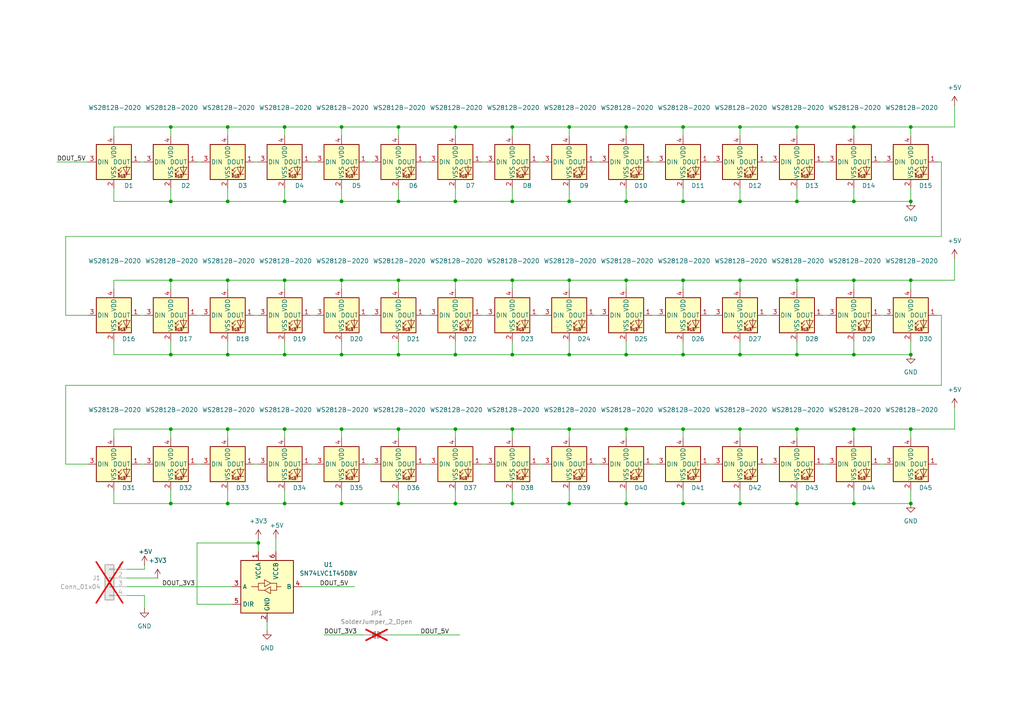
<source format=kicad_sch>
(kicad_sch (version 20250114) (generator "eeschema") (generator_version "9.0")
  (paper "A4")
  (lib_symbols
    (symbol "Connector_Generic:Conn_01x04" (pin_names (offset 1.016) (hide yes))
      (property "Reference" "J" (at 0 5.08 0))
      (property "Value" "Conn_01x04" (at 0 -7.62 0))
      (symbol "Conn_01x04_1_1"
        (rectangle (start -1.27 3.81) (end 1.27 -6.35) (stroke (width 0.254)) (fill (type background)))
        (rectangle (start -1.27 2.667) (end 0 2.413) (stroke (width 0.1524)))
        (rectangle (start -1.27 0.127) (end 0 -0.127) (stroke (width 0.1524)))
        (rectangle (start -1.27 -2.413) (end 0 -2.667) (stroke (width 0.1524)))
        (rectangle (start -1.27 -4.953) (end 0 -5.207) (stroke (width 0.1524)))
        (pin passive line (at -5.08 2.54 0) (length 3.81) (name "Pin_1") (number "1"))
        (pin passive line (at -5.08 0 0) (length 3.81) (name "Pin_2") (number "2"))
        (pin passive line (at -5.08 -2.54 0) (length 3.81) (name "Pin_3") (number "3"))
        (pin passive line (at -5.08 -5.08 0) (length 3.81) (name "Pin_4") (number "4"))
      )
    )
    (symbol "Jumper:SolderJumper_2_Open" (pin_numbers (hide yes)) (pin_names (offset 0) (hide yes)) (exclude_from_sim yes) (in_bom no)
      (property "Reference" "JP" (at 0 2.032 0))
      (property "Value" "SolderJumper_2_Open" (at 0 -2.54 0))
      (symbol "SolderJumper_2_Open_0_1"
        (polyline (pts (xy -0.254 1.016) (xy -0.254 -1.016)))
        (arc (start -0.254 -1.016) (mid -1.2656 0) (end -0.254 1.016))
        (arc (start -0.254 -1.016) (mid -1.2656 0) (end -0.254 1.016) (fill (type outline)))
        (arc (start 0.254 1.016) (mid 1.2656 0) (end 0.254 -1.016))
        (arc (start 0.254 1.016) (mid 1.2656 0) (end 0.254 -1.016) (fill (type outline)))
        (polyline (pts (xy 0.254 1.016) (xy 0.254 -1.016)))
      )
      (symbol "SolderJumper_2_Open_1_1"
        (pin passive line (at -3.81 0 0) (length 2.54) (name "A") (number "1"))
        (pin passive line (at 3.81 0 180) (length 2.54) (name "B") (number "2"))
      )
    )
    (symbol "LED:WS2812B-2020" (pin_names (offset 0.254))
      (property "Reference" "D" (at 5.08 5.715 0))
      (property "Value" "WS2812B-2020" (at 1.27 -5.715 0))
      (symbol "WS2812B-2020_0_0"
        (text "RGB" (at 2.286 -4.191 0) (effects (font (size 0.762 0.762))))
      )
      (symbol "WS2812B-2020_0_1"
        (polyline (pts (xy 1.27 -2.54) (xy 1.778 -2.54)))
        (polyline (pts (xy 1.27 -3.556) (xy 1.778 -3.556)))
        (polyline (pts (xy 2.286 -1.524) (xy 1.27 -2.54) (xy 1.27 -2.032)))
        (polyline (pts (xy 2.286 -2.54) (xy 1.27 -3.556) (xy 1.27 -3.048)))
        (polyline (pts (xy 3.683 -1.016) (xy 3.683 -3.556) (xy 3.683 -4.064)))
        (polyline (pts (xy 4.699 -1.524) (xy 2.667 -1.524) (xy 3.683 -3.556) (xy 4.699 -1.524)))
        (polyline (pts (xy 4.699 -3.556) (xy 2.667 -3.556)))
        (rectangle (start 5.08 5.08) (end -5.08 -5.08) (stroke (width 0.254)) (fill (type background)))
      )
      (symbol "WS2812B-2020_1_1"
        (pin input line (at -7.62 0 0) (length 2.54) (name "DIN") (number "3"))
        (pin power_in line (at 0 7.62 270) (length 2.54) (name "VDD") (number "4"))
        (pin power_in line (at 0 -7.62 90) (length 2.54) (name "VSS") (number "2"))
        (pin output line (at 7.62 0 180) (length 2.54) (name "DOUT") (number "1"))
      )
    )
    (symbol "Logic_LevelTranslator:SN74LVC1T45DBV"
      (property "Reference" "U" (at -6.35 8.89 0))
      (property "Value" "SN74LVC1T45DBV" (at 3.81 8.89 0))
      (symbol "SN74LVC1T45DBV_0_1"
        (rectangle (start -7.62 7.62) (end 7.62 -7.62) (stroke (width 0.254)) (fill (type background)))
        (polyline (pts (xy -2.54 0) (xy -2.54 1.016) (xy -0.762 1.016)))
        (polyline (pts (xy -0.762 0) (xy -0.762 2.032) (xy 1.016 1.016) (xy -0.762 0)))
        (polyline (pts (xy -0.762 -1.016) (xy -2.54 -1.016) (xy -2.54 0) (xy -4.572 0)))
        (polyline (pts (xy 1.016 1.016) (xy 2.794 1.016) (xy 2.794 0) (xy 4.064 0)))
        (polyline (pts (xy 1.016 0) (xy 1.016 -1.778) (xy 1.016 -2.032) (xy -0.762 -1.016) (xy 1.016 0)))
        (polyline (pts (xy 2.794 0) (xy 2.794 -1.016) (xy 1.016 -1.016)))
      )
      (symbol "SN74LVC1T45DBV_1_1"
        (pin bidirectional line (at -10.16 0 0) (length 2.54) (name "A") (number "3"))
        (pin input line (at -10.16 -5.08 0) (length 2.54) (name "DIR") (number "5"))
        (pin power_in line (at -2.54 10.16 270) (length 2.54) (name "VCCA") (number "1"))
        (pin power_in line (at 0 -10.16 90) (length 2.54) (name "GND") (number "2"))
        (pin power_in line (at 2.54 10.16 270) (length 2.54) (name "VCCB") (number "6"))
        (pin bidirectional line (at 10.16 0 180) (length 2.54) (name "B") (number "4"))
      )
    )
    (symbol "power:+3V3" (power) (pin_numbers (hide yes)) (pin_names (offset 0) (hide yes))
      (property "Value" "+3V3" (at 0 3.556 0))
      (symbol "+3V3_0_1"
        (polyline (pts (xy -0.762 1.27) (xy 0 2.54)))
        (polyline (pts (xy 0 2.54) (xy 0.762 1.27)))
        (polyline (pts (xy 0 0) (xy 0 2.54)))
      )
      (symbol "+3V3_1_1"
        (pin power_in line (at 0 0 90) (length 0) (name "~") (number "1"))
      )
    )
    (symbol "power:+5V" (power) (pin_numbers (hide yes)) (pin_names (offset 0) (hide yes))
      (property "Value" "+5V" (at 0 3.556 0))
      (symbol "+5V_0_1"
        (polyline (pts (xy -0.762 1.27) (xy 0 2.54)))
        (polyline (pts (xy 0 2.54) (xy 0.762 1.27)))
        (polyline (pts (xy 0 0) (xy 0 2.54)))
      )
      (symbol "+5V_1_1"
        (pin power_in line (at 0 0 90) (length 0) (name "~") (number "1"))
      )
    )
    (symbol "power:GND" (power) (pin_numbers (hide yes)) (pin_names (offset 0) (hide yes))
      (property "Value" "GND" (at 0 -3.81 0))
      (symbol "GND_0_1"
        (polyline (pts (xy 0 0) (xy 0 -1.27) (xy 1.27 -1.27) (xy 0 -2.54) (xy -1.27 -1.27) (xy 0 -1.27)))
      )
      (symbol "GND_1_1"
        (pin power_in line (at 0 0 270) (length 0) (name "~") (number "1"))
      )
    )
  )
  (junction (at 198.12 146.05))
  (junction (at 66.04 58.42))
  (junction (at 132.08 58.42))
  (junction (at 49.53 36.83))
  (junction (at 49.53 102.87))
  (junction (at 99.06 36.83))
  (junction (at 132.08 81.28))
  (junction (at 165.1 124.46))
  (junction (at 132.08 36.83))
  (junction (at 181.61 146.05))
  (junction (at 66.04 36.83))
  (junction (at 49.53 146.05))
  (junction (at 198.12 58.42))
  (junction (at 148.59 146.05))
  (junction (at 247.65 146.05))
  (junction (at 247.65 81.28))
  (junction (at 165.1 146.05))
  (junction (at 231.14 102.87))
  (junction (at 165.1 102.87))
  (junction (at 66.04 124.46))
  (junction (at 247.65 58.42))
  (junction (at 148.59 81.28))
  (junction (at 198.12 36.83))
  (junction (at 214.63 36.83))
  (junction (at 66.04 146.05))
  (junction (at 82.55 102.87))
  (junction (at 99.06 58.42))
  (junction (at 264.16 81.28))
  (junction (at 99.06 124.46))
  (junction (at 99.06 81.28))
  (junction (at 198.12 102.87))
  (junction (at 82.55 36.83))
  (junction (at 115.57 58.42))
  (junction (at 132.08 102.87))
  (junction (at 82.55 58.42))
  (junction (at 231.14 81.28))
  (junction (at 148.59 124.46))
  (junction (at 99.06 146.05))
  (junction (at 181.61 36.83))
  (junction (at 66.04 102.87))
  (junction (at 264.16 36.83))
  (junction (at 165.1 36.83))
  (junction (at 231.14 58.42))
  (junction (at 181.61 81.28))
  (junction (at 214.63 58.42))
  (junction (at 82.55 124.46))
  (junction (at 132.08 146.05))
  (junction (at 132.08 124.46))
  (junction (at 264.16 146.05))
  (junction (at 82.55 81.28))
  (junction (at 198.12 81.28))
  (junction (at 148.59 36.83))
  (junction (at 181.61 124.46))
  (junction (at 74.93 157.48))
  (junction (at 66.04 81.28))
  (junction (at 49.53 81.28))
  (junction (at 148.59 102.87))
  (junction (at 247.65 102.87))
  (junction (at 264.16 102.87))
  (junction (at 115.57 124.46))
  (junction (at 165.1 81.28))
  (junction (at 115.57 36.83))
  (junction (at 214.63 81.28))
  (junction (at 115.57 81.28))
  (junction (at 214.63 146.05))
  (junction (at 247.65 124.46))
  (junction (at 264.16 58.42))
  (junction (at 115.57 102.87))
  (junction (at 264.16 124.46))
  (junction (at 99.06 102.87))
  (junction (at 49.53 124.46))
  (junction (at 82.55 146.05))
  (junction (at 231.14 124.46))
  (junction (at 214.63 124.46))
  (junction (at 231.14 36.83))
  (junction (at 181.61 58.42))
  (junction (at 198.12 124.46))
  (junction (at 231.14 146.05))
  (junction (at 115.57 146.05))
  (junction (at 214.63 102.87))
  (junction (at 181.61 102.87))
  (junction (at 148.59 58.42))
  (junction (at 165.1 58.42))
  (junction (at 247.65 36.83))
  (junction (at 49.53 58.42))
  (wire (pts (xy 148.59 81.28) (xy 165.1 81.28)))
  (wire (pts (xy 40.64 46.99) (xy 41.91 46.99)))
  (wire (pts (xy 132.08 54.61) (xy 132.08 58.42)))
  (wire (pts (xy 66.04 81.28) (xy 66.04 83.82)))
  (wire (pts (xy 156.21 91.44) (xy 157.48 91.44)))
  (wire (pts (xy 132.08 102.87) (xy 148.59 102.87)))
  (wire (pts (xy 82.55 99.06) (xy 82.55 102.87)))
  (wire (pts (xy 198.12 99.06) (xy 198.12 102.87)))
  (wire (pts (xy 181.61 146.05) (xy 198.12 146.05)))
  (wire (pts (xy 214.63 36.83) (xy 214.63 39.37)))
  (wire (pts (xy 132.08 81.28) (xy 148.59 81.28)))
  (wire (pts (xy 276.86 81.28) (xy 276.86 74.93)))
  (wire (pts (xy 132.08 99.06) (xy 132.08 102.87)))
  (wire (pts (xy 165.1 81.28) (xy 165.1 83.82)))
  (wire (pts (xy 181.61 36.83) (xy 181.61 39.37)))
  (wire (pts (xy 264.16 81.28) (xy 276.86 81.28)))
  (wire (pts (xy 139.7 134.62) (xy 140.97 134.62)))
  (wire (pts (xy 247.65 81.28) (xy 264.16 81.28)))
  (wire (pts (xy 231.14 36.83) (xy 231.14 39.37)))
  (wire (pts (xy 49.53 102.87) (xy 66.04 102.87)))
  (wire (pts (xy 255.27 91.44) (xy 256.54 91.44)))
  (wire (pts (xy 238.76 91.44) (xy 240.03 91.44)))
  (wire (pts (xy 231.14 124.46) (xy 247.65 124.46)))
  (wire (pts (xy 165.1 54.61) (xy 165.1 58.42)))
  (wire (pts (xy 99.06 99.06) (xy 99.06 102.87)))
  (wire (pts (xy 132.08 142.24) (xy 132.08 146.05)))
  (wire (pts (xy 181.61 124.46) (xy 198.12 124.46)))
  (wire (pts (xy 66.04 102.87) (xy 82.55 102.87)))
  (wire (pts (xy 132.08 81.28) (xy 132.08 83.82)))
  (wire (pts (xy 205.74 46.99) (xy 207.01 46.99)))
  (wire (pts (xy 16.51 46.99) (xy 25.4 46.99)))
  (wire (pts (xy 165.1 124.46) (xy 181.61 124.46)))
  (wire (pts (xy 66.04 124.46) (xy 82.55 124.46)))
  (wire (pts (xy 40.64 91.44) (xy 41.91 91.44)))
  (wire (pts (xy 148.59 54.61) (xy 148.59 58.42)))
  (wire (pts (xy 264.16 124.46) (xy 264.16 127)))
  (wire (pts (xy 99.06 81.28) (xy 99.06 83.82)))
  (wire (pts (xy 205.74 134.62) (xy 207.01 134.62)))
  (wire (pts (xy 49.53 36.83) (xy 66.04 36.83)))
  (wire (pts (xy 49.53 124.46) (xy 66.04 124.46)))
  (wire (pts (xy 214.63 146.05) (xy 231.14 146.05)))
  (wire (pts (xy 172.72 134.62) (xy 173.99 134.62)))
  (wire (pts (xy 132.08 36.83) (xy 148.59 36.83)))
  (wire (pts (xy 33.02 99.06) (xy 33.02 102.87)))
  (wire (pts (xy 273.05 46.99) (xy 273.05 68.58)))
  (wire (pts (xy 231.14 102.87) (xy 247.65 102.87)))
  (wire (pts (xy 33.02 124.46) (xy 49.53 124.46)))
  (wire (pts (xy 82.55 54.61) (xy 82.55 58.42)))
  (wire (pts (xy 123.19 46.99) (xy 124.46 46.99)))
  (wire (pts (xy 49.53 54.61) (xy 49.53 58.42)))
  (wire (pts (xy 214.63 81.28) (xy 231.14 81.28)))
  (wire (pts (xy 148.59 124.46) (xy 148.59 127)))
  (wire (pts (xy 148.59 36.83) (xy 148.59 39.37)))
  (wire (pts (xy 66.04 142.24) (xy 66.04 146.05)))
  (wire (pts (xy 198.12 81.28) (xy 214.63 81.28)))
  (wire (pts (xy 172.72 46.99) (xy 173.99 46.99)))
  (wire (pts (xy 115.57 127) (xy 115.57 124.46)))
  (wire (pts (xy 231.14 81.28) (xy 247.65 81.28)))
  (wire (pts (xy 115.57 54.61) (xy 115.57 58.42)))
  (wire (pts (xy 90.17 134.62) (xy 91.44 134.62)))
  (wire (pts (xy 156.21 134.62) (xy 157.48 134.62)))
  (wire (pts (xy 165.1 36.83) (xy 165.1 39.37)))
  (wire (pts (xy 82.55 124.46) (xy 82.55 127)))
  (wire (pts (xy 231.14 58.42) (xy 247.65 58.42)))
  (wire (pts (xy 165.1 102.87) (xy 181.61 102.87)))
  (wire (pts (xy 99.06 36.83) (xy 99.06 39.37)))
  (wire (pts (xy 189.23 46.99) (xy 190.5 46.99)))
  (wire (pts (xy 19.05 111.76) (xy 19.05 134.62)))
  (wire (pts (xy 189.23 134.62) (xy 190.5 134.62)))
  (wire (pts (xy 57.15 91.44) (xy 58.42 91.44)))
  (wire (pts (xy 66.04 36.83) (xy 66.04 39.37)))
  (wire (pts (xy 264.16 102.87) (xy 264.16 99.06)))
  (wire (pts (xy 74.93 157.48) (xy 74.93 160.02)))
  (wire (pts (xy 181.61 99.06) (xy 181.61 102.87)))
  (wire (pts (xy 33.02 142.24) (xy 33.02 146.05)))
  (wire (pts (xy 82.55 146.05) (xy 99.06 146.05)))
  (wire (pts (xy 255.27 134.62) (xy 256.54 134.62)))
  (wire (pts (xy 247.65 146.05) (xy 264.16 146.05)))
  (wire (pts (xy 198.12 58.42) (xy 214.63 58.42)))
  (wire (pts (xy 113.03 184.15) (xy 133.35 184.15)))
  (wire (pts (xy 82.55 124.46) (xy 99.06 124.46)))
  (wire (pts (xy 181.61 36.83) (xy 198.12 36.83)))
  (wire (pts (xy 181.61 142.24) (xy 181.61 146.05)))
  (wire (pts (xy 66.04 54.61) (xy 66.04 58.42)))
  (wire (pts (xy 82.55 102.87) (xy 99.06 102.87)))
  (wire (pts (xy 106.68 134.62) (xy 107.95 134.62)))
  (wire (pts (xy 276.86 36.83) (xy 276.86 30.48)))
  (wire (pts (xy 49.53 81.28) (xy 66.04 81.28)))
  (wire (pts (xy 264.16 36.83) (xy 264.16 39.37)))
  (wire (pts (xy 73.66 91.44) (xy 74.93 91.44)))
  (wire (pts (xy 198.12 36.83) (xy 214.63 36.83)))
  (wire (pts (xy 148.59 81.28) (xy 148.59 83.82)))
  (wire (pts (xy 148.59 36.83) (xy 165.1 36.83)))
  (wire (pts (xy 165.1 99.06) (xy 165.1 102.87)))
  (wire (pts (xy 247.65 124.46) (xy 247.65 127)))
  (wire (pts (xy 99.06 146.05) (xy 115.57 146.05)))
  (wire (pts (xy 214.63 99.06) (xy 214.63 102.87)))
  (wire (pts (xy 214.63 54.61) (xy 214.63 58.42)))
  (wire (pts (xy 247.65 36.83) (xy 264.16 36.83)))
  (wire (pts (xy 99.06 124.46) (xy 115.57 124.46)))
  (wire (pts (xy 148.59 124.46) (xy 165.1 124.46)))
  (wire (pts (xy 139.7 46.99) (xy 140.97 46.99)))
  (wire (pts (xy 82.55 142.24) (xy 82.55 146.05)))
  (wire (pts (xy 247.65 36.83) (xy 247.65 39.37)))
  (wire (pts (xy 247.65 99.06) (xy 247.65 102.87)))
  (wire (pts (xy 41.91 165.1) (xy 41.91 163.83)))
  (wire (pts (xy 273.05 91.44) (xy 273.05 111.76)))
  (wire (pts (xy 148.59 58.42) (xy 165.1 58.42)))
  (wire (pts (xy 33.02 54.61) (xy 33.02 58.42)))
  (wire (pts (xy 49.53 58.42) (xy 66.04 58.42)))
  (wire (pts (xy 115.57 39.37) (xy 115.57 36.83)))
  (wire (pts (xy 271.78 46.99) (xy 273.05 46.99)))
  (wire (pts (xy 148.59 142.24) (xy 148.59 146.05)))
  (wire (pts (xy 33.02 127) (xy 33.02 124.46)))
  (wire (pts (xy 198.12 36.83) (xy 198.12 39.37)))
  (wire (pts (xy 74.93 156.21) (xy 74.93 157.48)))
  (wire (pts (xy 165.1 142.24) (xy 165.1 146.05)))
  (wire (pts (xy 73.66 134.62) (xy 74.93 134.62)))
  (wire (pts (xy 247.65 81.28) (xy 247.65 83.82)))
  (wire (pts (xy 165.1 36.83) (xy 181.61 36.83)))
  (wire (pts (xy 222.25 46.99) (xy 223.52 46.99)))
  (wire (pts (xy 115.57 83.82) (xy 115.57 81.28)))
  (wire (pts (xy 231.14 124.46) (xy 231.14 127)))
  (wire (pts (xy 115.57 58.42) (xy 132.08 58.42)))
  (wire (pts (xy 66.04 146.05) (xy 82.55 146.05)))
  (wire (pts (xy 33.02 58.42) (xy 49.53 58.42)))
  (wire (pts (xy 198.12 146.05) (xy 214.63 146.05)))
  (wire (pts (xy 172.72 91.44) (xy 173.99 91.44)))
  (wire (pts (xy 99.06 81.28) (xy 115.57 81.28)))
  (wire (pts (xy 165.1 81.28) (xy 181.61 81.28)))
  (wire (pts (xy 181.61 102.87) (xy 198.12 102.87)))
  (wire (pts (xy 82.55 36.83) (xy 82.55 39.37)))
  (wire (pts (xy 36.83 165.1) (xy 41.91 165.1)))
  (wire (pts (xy 49.53 124.46) (xy 49.53 127)))
  (wire (pts (xy 93.98 184.15) (xy 105.41 184.15)))
  (wire (pts (xy 132.08 58.42) (xy 148.59 58.42)))
  (wire (pts (xy 247.65 102.87) (xy 264.16 102.87)))
  (wire (pts (xy 115.57 81.28) (xy 132.08 81.28)))
  (wire (pts (xy 247.65 142.24) (xy 247.65 146.05)))
  (wire (pts (xy 115.57 142.24) (xy 115.57 146.05)))
  (wire (pts (xy 66.04 58.42) (xy 82.55 58.42)))
  (wire (pts (xy 156.21 46.99) (xy 157.48 46.99)))
  (wire (pts (xy 49.53 142.24) (xy 49.53 146.05)))
  (wire (pts (xy 132.08 36.83) (xy 132.08 39.37)))
  (wire (pts (xy 33.02 39.37) (xy 33.02 36.83)))
  (wire (pts (xy 148.59 146.05) (xy 165.1 146.05)))
  (wire (pts (xy 57.15 46.99) (xy 58.42 46.99)))
  (wire (pts (xy 115.57 102.87) (xy 132.08 102.87)))
  (wire (pts (xy 57.15 175.26) (xy 57.15 157.48)))
  (wire (pts (xy 87.63 170.18) (xy 102.87 170.18)))
  (wire (pts (xy 238.76 46.99) (xy 240.03 46.99)))
  (wire (pts (xy 198.12 54.61) (xy 198.12 58.42)))
  (wire (pts (xy 165.1 124.46) (xy 165.1 127)))
  (wire (pts (xy 222.25 91.44) (xy 223.52 91.44)))
  (wire (pts (xy 214.63 36.83) (xy 231.14 36.83)))
  (wire (pts (xy 99.06 36.83) (xy 115.57 36.83)))
  (wire (pts (xy 264.16 36.83) (xy 276.86 36.83)))
  (wire (pts (xy 82.55 58.42) (xy 99.06 58.42)))
  (wire (pts (xy 33.02 81.28) (xy 49.53 81.28)))
  (wire (pts (xy 57.15 134.62) (xy 58.42 134.62)))
  (wire (pts (xy 198.12 102.87) (xy 214.63 102.87)))
  (wire (pts (xy 123.19 91.44) (xy 124.46 91.44)))
  (wire (pts (xy 33.02 83.82) (xy 33.02 81.28)))
  (wire (pts (xy 99.06 142.24) (xy 99.06 146.05)))
  (wire (pts (xy 67.31 175.26) (xy 57.15 175.26)))
  (wire (pts (xy 231.14 99.06) (xy 231.14 102.87)))
  (wire (pts (xy 165.1 58.42) (xy 181.61 58.42)))
  (wire (pts (xy 214.63 81.28) (xy 214.63 83.82)))
  (wire (pts (xy 148.59 99.06) (xy 148.59 102.87)))
  (wire (pts (xy 273.05 68.58) (xy 19.05 68.58)))
  (wire (pts (xy 231.14 142.24) (xy 231.14 146.05)))
  (wire (pts (xy 49.53 99.06) (xy 49.53 102.87)))
  (wire (pts (xy 19.05 91.44) (xy 25.4 91.44)))
  (wire (pts (xy 132.08 124.46) (xy 132.08 127)))
  (wire (pts (xy 132.08 146.05) (xy 148.59 146.05)))
  (wire (pts (xy 205.74 91.44) (xy 207.01 91.44)))
  (wire (pts (xy 231.14 81.28) (xy 231.14 83.82)))
  (wire (pts (xy 66.04 81.28) (xy 82.55 81.28)))
  (wire (pts (xy 214.63 124.46) (xy 214.63 127)))
  (wire (pts (xy 115.57 124.46) (xy 132.08 124.46)))
  (wire (pts (xy 214.63 102.87) (xy 231.14 102.87)))
  (wire (pts (xy 99.06 54.61) (xy 99.06 58.42)))
  (wire (pts (xy 66.04 99.06) (xy 66.04 102.87)))
  (wire (pts (xy 222.25 134.62) (xy 223.52 134.62)))
  (wire (pts (xy 66.04 124.46) (xy 66.04 127)))
  (wire (pts (xy 33.02 36.83) (xy 49.53 36.83)))
  (wire (pts (xy 45.72 167.64) (xy 36.83 167.64)))
  (wire (pts (xy 148.59 102.87) (xy 165.1 102.87)))
  (wire (pts (xy 198.12 124.46) (xy 198.12 127)))
  (wire (pts (xy 238.76 134.62) (xy 240.03 134.62)))
  (wire (pts (xy 165.1 146.05) (xy 181.61 146.05)))
  (wire (pts (xy 99.06 58.42) (xy 115.57 58.42)))
  (wire (pts (xy 90.17 46.99) (xy 91.44 46.99)))
  (wire (pts (xy 231.14 54.61) (xy 231.14 58.42)))
  (wire (pts (xy 77.47 180.34) (xy 77.47 182.88)))
  (wire (pts (xy 264.16 81.28) (xy 264.16 83.82)))
  (wire (pts (xy 49.53 36.83) (xy 49.53 39.37)))
  (wire (pts (xy 247.65 54.61) (xy 247.65 58.42)))
  (wire (pts (xy 80.01 156.21) (xy 80.01 160.02)))
  (wire (pts (xy 181.61 58.42) (xy 198.12 58.42)))
  (wire (pts (xy 36.83 172.72) (xy 41.91 172.72)))
  (wire (pts (xy 132.08 124.46) (xy 148.59 124.46)))
  (wire (pts (xy 189.23 91.44) (xy 190.5 91.44)))
  (wire (pts (xy 276.86 124.46) (xy 276.86 118.11)))
  (wire (pts (xy 181.61 81.28) (xy 198.12 81.28)))
  (wire (pts (xy 99.06 124.46) (xy 99.06 127)))
  (wire (pts (xy 247.65 124.46) (xy 264.16 124.46)))
  (wire (pts (xy 82.55 81.28) (xy 99.06 81.28)))
  (wire (pts (xy 264.16 124.46) (xy 276.86 124.46)))
  (wire (pts (xy 115.57 146.05) (xy 132.08 146.05)))
  (wire (pts (xy 19.05 68.58) (xy 19.05 91.44)))
  (wire (pts (xy 82.55 81.28) (xy 82.55 83.82)))
  (wire (pts (xy 264.16 146.05) (xy 264.16 142.24)))
  (wire (pts (xy 40.64 134.62) (xy 41.91 134.62)))
  (wire (pts (xy 271.78 91.44) (xy 273.05 91.44)))
  (wire (pts (xy 33.02 146.05) (xy 49.53 146.05)))
  (wire (pts (xy 57.15 157.48) (xy 74.93 157.48)))
  (wire (pts (xy 115.57 99.06) (xy 115.57 102.87)))
  (wire (pts (xy 181.61 81.28) (xy 181.61 83.82)))
  (wire (pts (xy 49.53 81.28) (xy 49.53 83.82)))
  (wire (pts (xy 231.14 146.05) (xy 247.65 146.05)))
  (wire (pts (xy 214.63 58.42) (xy 231.14 58.42)))
  (wire (pts (xy 264.16 58.42) (xy 264.16 54.61)))
  (wire (pts (xy 41.91 172.72) (xy 41.91 176.53)))
  (wire (pts (xy 273.05 111.76) (xy 19.05 111.76)))
  (wire (pts (xy 198.12 142.24) (xy 198.12 146.05)))
  (wire (pts (xy 33.02 102.87) (xy 49.53 102.87)))
  (wire (pts (xy 49.53 146.05) (xy 66.04 146.05)))
  (wire (pts (xy 181.61 54.61) (xy 181.61 58.42)))
  (wire (pts (xy 19.05 134.62) (xy 25.4 134.62)))
  (wire (pts (xy 198.12 124.46) (xy 214.63 124.46)))
  (wire (pts (xy 247.65 58.42) (xy 264.16 58.42)))
  (wire (pts (xy 82.55 36.83) (xy 99.06 36.83)))
  (wire (pts (xy 123.19 134.62) (xy 124.46 134.62)))
  (wire (pts (xy 66.04 36.83) (xy 82.55 36.83)))
  (wire (pts (xy 181.61 124.46) (xy 181.61 127)))
  (wire (pts (xy 231.14 36.83) (xy 247.65 36.83)))
  (wire (pts (xy 255.27 46.99) (xy 256.54 46.99)))
  (wire (pts (xy 198.12 81.28) (xy 198.12 83.82)))
  (wire (pts (xy 139.7 91.44) (xy 140.97 91.44)))
  (wire (pts (xy 106.68 91.44) (xy 107.95 91.44)))
  (wire (pts (xy 214.63 124.46) (xy 231.14 124.46)))
  (wire (pts (xy 115.57 36.83) (xy 132.08 36.83)))
  (wire (pts (xy 36.83 170.18) (xy 67.31 170.18)))
  (wire (pts (xy 99.06 102.87) (xy 115.57 102.87)))
  (wire (pts (xy 214.63 142.24) (xy 214.63 146.05)))
  (wire (pts (xy 90.17 91.44) (xy 91.44 91.44)))
  (wire (pts (xy 106.68 46.99) (xy 107.95 46.99)))
  (wire (pts (xy 73.66 46.99) (xy 74.93 46.99)))
  (label "DOUT_3V3" (at 46.99 170.18 0))
  (label "DOUT_3V3" (at 93.98 184.15 0))
  (label "DOUT_5V" (at 92.71 170.18 0))
  (label "DOUT_5V" (at 121.92 184.15 0))
  (label "DOUT_5V" (at 16.51 46.99 0))
  (symbol (lib_id "LED:WS2812B-2020") (at 148.59 134.62 0) (unit 1)
    (property "Reference" "D38" (at 152.908 141.478 0))
    (property "Value" "WS2812B-2020" (at 148.844 118.872 0))
    (property "Footprint" "EncLEDS Library:LED_WS2812B-2020_PLCC4_2.0x2.0mm" (effects (hide yes)))
    (property "Datasheet" "https://cdn-shop.adafruit.com/product-files/4684/4684_WS2812B-2020_V1.3_EN.pdf" (effects (hide yes)))
    (property "Description" "RGB LED with integrated controller, 2.0 x 2.0 mm, 12 mA" (effects (hide yes)))
  )
  (symbol (lib_id "LED:WS2812B-2020") (at 115.57 46.99 0) (unit 1)
    (property "Reference" "D6" (at 119.888 53.848 0))
    (property "Value" "WS2812B-2020" (at 115.824 31.242 0))
    (property "Footprint" "EncLEDS Library:LED_WS2812B-2020_PLCC4_2.0x2.0mm" (effects (hide yes)))
    (property "Datasheet" "https://cdn-shop.adafruit.com/product-files/4684/4684_WS2812B-2020_V1.3_EN.pdf" (effects (hide yes)))
    (property "Description" "RGB LED with integrated controller, 2.0 x 2.0 mm, 12 mA" (effects (hide yes)))
  )
  (symbol (lib_id "LED:WS2812B-2020") (at 181.61 134.62 0) (unit 1)
    (property "Reference" "D40" (at 185.928 141.478 0))
    (property "Value" "WS2812B-2020" (at 181.864 118.872 0))
    (property "Footprint" "EncLEDS Library:LED_WS2812B-2020_PLCC4_2.0x2.0mm" (effects (hide yes)))
    (property "Datasheet" "https://cdn-shop.adafruit.com/product-files/4684/4684_WS2812B-2020_V1.3_EN.pdf" (effects (hide yes)))
    (property "Description" "RGB LED with integrated controller, 2.0 x 2.0 mm, 12 mA" (effects (hide yes)))
  )
  (symbol (lib_id "LED:WS2812B-2020") (at 214.63 46.99 0) (unit 1)
    (property "Reference" "D12" (at 218.948 53.848 0))
    (property "Value" "WS2812B-2020" (at 214.884 31.242 0))
    (property "Footprint" "EncLEDS Library:LED_WS2812B-2020_PLCC4_2.0x2.0mm" (effects (hide yes)))
    (property "Datasheet" "https://cdn-shop.adafruit.com/product-files/4684/4684_WS2812B-2020_V1.3_EN.pdf" (effects (hide yes)))
    (property "Description" "RGB LED with integrated controller, 2.0 x 2.0 mm, 12 mA" (effects (hide yes)))
  )
  (symbol (lib_id "LED:WS2812B-2020") (at 165.1 91.44 0) (unit 1)
    (property "Reference" "D24" (at 169.418 98.298 0))
    (property "Value" "WS2812B-2020" (at 165.354 75.692 0))
    (property "Footprint" "EncLEDS Library:LED_WS2812B-2020_PLCC4_2.0x2.0mm" (effects (hide yes)))
    (property "Datasheet" "https://cdn-shop.adafruit.com/product-files/4684/4684_WS2812B-2020_V1.3_EN.pdf" (effects (hide yes)))
    (property "Description" "RGB LED with integrated controller, 2.0 x 2.0 mm, 12 mA" (effects (hide yes)))
  )
  (symbol (lib_id "power:+5V") (at 41.91 163.83 0) (mirror y) (unit 1)
    (property "Reference" "#PWR09" (effects (hide yes)))
    (property "Value" "+5V" (at 42.164 160.02 0))
    (property "Description" "Power symbol creates a global label with name \"+5V\"" (effects (hide yes)))
  )
  (symbol (lib_id "LED:WS2812B-2020") (at 264.16 91.44 0) (unit 1)
    (property "Reference" "D30" (at 268.478 98.298 0))
    (property "Value" "WS2812B-2020" (at 264.414 75.692 0))
    (property "Footprint" "EncLEDS Library:LED_WS2812B-2020_PLCC4_2.0x2.0mm" (effects (hide yes)))
    (property "Datasheet" "https://cdn-shop.adafruit.com/product-files/4684/4684_WS2812B-2020_V1.3_EN.pdf" (effects (hide yes)))
    (property "Description" "RGB LED with integrated controller, 2.0 x 2.0 mm, 12 mA" (effects (hide yes)))
  )
  (symbol (lib_id "LED:WS2812B-2020") (at 198.12 91.44 0) (unit 1)
    (property "Reference" "D26" (at 202.438 98.298 0))
    (property "Value" "WS2812B-2020" (at 198.374 75.692 0))
    (property "Footprint" "EncLEDS Library:LED_WS2812B-2020_PLCC4_2.0x2.0mm" (effects (hide yes)))
    (property "Datasheet" "https://cdn-shop.adafruit.com/product-files/4684/4684_WS2812B-2020_V1.3_EN.pdf" (effects (hide yes)))
    (property "Description" "RGB LED with integrated controller, 2.0 x 2.0 mm, 12 mA" (effects (hide yes)))
  )
  (symbol (lib_id "LED:WS2812B-2020") (at 264.16 46.99 0) (unit 1)
    (property "Reference" "D15" (at 268.478 53.848 0))
    (property "Value" "WS2812B-2020" (at 264.414 31.242 0))
    (property "Footprint" "EncLEDS Library:LED_WS2812B-2020_PLCC4_2.0x2.0mm" (effects (hide yes)))
    (property "Datasheet" "https://cdn-shop.adafruit.com/product-files/4684/4684_WS2812B-2020_V1.3_EN.pdf" (effects (hide yes)))
    (property "Description" "RGB LED with integrated controller, 2.0 x 2.0 mm, 12 mA" (effects (hide yes)))
  )
  (symbol (lib_id "power:+5V") (at 276.86 118.11 0) (unit 1)
    (property "Reference" "#PWR07" (effects (hide yes)))
    (property "Value" "+5V" (at 276.86 113.03 0))
    (property "Description" "Power symbol creates a global label with name \"+5V\"" (effects (hide yes)))
  )
  (symbol (lib_id "LED:WS2812B-2020") (at 231.14 134.62 0) (unit 1)
    (property "Reference" "D43" (at 235.458 141.478 0))
    (property "Value" "WS2812B-2020" (at 231.394 118.872 0))
    (property "Footprint" "EncLEDS Library:LED_WS2812B-2020_PLCC4_2.0x2.0mm" (effects (hide yes)))
    (property "Datasheet" "https://cdn-shop.adafruit.com/product-files/4684/4684_WS2812B-2020_V1.3_EN.pdf" (effects (hide yes)))
    (property "Description" "RGB LED with integrated controller, 2.0 x 2.0 mm, 12 mA" (effects (hide yes)))
  )
  (symbol (lib_id "power:GND") (at 264.16 102.87 0) (unit 1)
    (property "Reference" "#PWR04" (effects (hide yes)))
    (property "Value" "GND" (at 264.16 107.95 0))
    (property "Description" "Power symbol creates a global label with name \"GND\" , ground" (effects (hide yes)))
  )
  (symbol (lib_id "LED:WS2812B-2020") (at 247.65 134.62 0) (unit 1)
    (property "Reference" "D44" (at 251.968 141.478 0))
    (property "Value" "WS2812B-2020" (at 247.904 118.872 0))
    (property "Footprint" "EncLEDS Library:LED_WS2812B-2020_PLCC4_2.0x2.0mm" (effects (hide yes)))
    (property "Datasheet" "https://cdn-shop.adafruit.com/product-files/4684/4684_WS2812B-2020_V1.3_EN.pdf" (effects (hide yes)))
    (property "Description" "RGB LED with integrated controller, 2.0 x 2.0 mm, 12 mA" (effects (hide yes)))
  )
  (symbol (lib_id "LED:WS2812B-2020") (at 49.53 46.99 0) (unit 1)
    (property "Reference" "D2" (at 53.848 53.848 0))
    (property "Value" "WS2812B-2020" (at 49.784 31.242 0))
    (property "Footprint" "EncLEDS Library:LED_WS2812B-2020_PLCC4_2.0x2.0mm" (effects (hide yes)))
    (property "Datasheet" "https://cdn-shop.adafruit.com/product-files/4684/4684_WS2812B-2020_V1.3_EN.pdf" (effects (hide yes)))
    (property "Description" "RGB LED with integrated controller, 2.0 x 2.0 mm, 12 mA" (effects (hide yes)))
  )
  (symbol (lib_id "LED:WS2812B-2020") (at 82.55 134.62 0) (unit 1)
    (property "Reference" "D34" (at 86.868 141.478 0))
    (property "Value" "WS2812B-2020" (at 82.804 118.872 0))
    (property "Footprint" "EncLEDS Library:LED_WS2812B-2020_PLCC4_2.0x2.0mm" (effects (hide yes)))
    (property "Datasheet" "https://cdn-shop.adafruit.com/product-files/4684/4684_WS2812B-2020_V1.3_EN.pdf" (effects (hide yes)))
    (property "Description" "RGB LED with integrated controller, 2.0 x 2.0 mm, 12 mA" (effects (hide yes)))
  )
  (symbol (lib_id "power:+3V3") (at 74.93 156.21 0) (mirror y) (unit 1)
    (property "Reference" "#PWR011" (effects (hide yes)))
    (property "Value" "+3V3" (at 74.93 151.13 0))
    (property "Description" "Power symbol creates a global label with name \"+3V3\"" (effects (hide yes)))
  )
  (symbol (lib_id "LED:WS2812B-2020") (at 214.63 91.44 0) (unit 1)
    (property "Reference" "D27" (at 218.948 98.298 0))
    (property "Value" "WS2812B-2020" (at 214.884 75.692 0))
    (property "Footprint" "EncLEDS Library:LED_WS2812B-2020_PLCC4_2.0x2.0mm" (effects (hide yes)))
    (property "Datasheet" "https://cdn-shop.adafruit.com/product-files/4684/4684_WS2812B-2020_V1.3_EN.pdf" (effects (hide yes)))
    (property "Description" "RGB LED with integrated controller, 2.0 x 2.0 mm, 12 mA" (effects (hide yes)))
  )
  (symbol (lib_id "LED:WS2812B-2020") (at 99.06 46.99 0) (unit 1)
    (property "Reference" "D5" (at 103.378 53.848 0))
    (property "Value" "WS2812B-2020" (at 99.314 31.242 0))
    (property "Footprint" "EncLEDS Library:LED_WS2812B-2020_PLCC4_2.0x2.0mm" (effects (hide yes)))
    (property "Datasheet" "https://cdn-shop.adafruit.com/product-files/4684/4684_WS2812B-2020_V1.3_EN.pdf" (effects (hide yes)))
    (property "Description" "RGB LED with integrated controller, 2.0 x 2.0 mm, 12 mA" (effects (hide yes)))
  )
  (symbol (lib_id "LED:WS2812B-2020") (at 82.55 91.44 0) (unit 1)
    (property "Reference" "D19" (at 86.868 98.298 0))
    (property "Value" "WS2812B-2020" (at 82.804 75.692 0))
    (property "Footprint" "EncLEDS Library:LED_WS2812B-2020_PLCC4_2.0x2.0mm" (effects (hide yes)))
    (property "Datasheet" "https://cdn-shop.adafruit.com/product-files/4684/4684_WS2812B-2020_V1.3_EN.pdf" (effects (hide yes)))
    (property "Description" "RGB LED with integrated controller, 2.0 x 2.0 mm, 12 mA" (effects (hide yes)))
  )
  (symbol (lib_id "LED:WS2812B-2020") (at 33.02 46.99 0) (unit 1)
    (property "Reference" "D1" (at 37.338 53.848 0))
    (property "Value" "WS2812B-2020" (at 33.274 31.242 0))
    (property "Footprint" "EncLEDS Library:LED_WS2812B-2020_PLCC4_2.0x2.0mm" (effects (hide yes)))
    (property "Datasheet" "https://cdn-shop.adafruit.com/product-files/4684/4684_WS2812B-2020_V1.3_EN.pdf" (effects (hide yes)))
    (property "Description" "RGB LED with integrated controller, 2.0 x 2.0 mm, 12 mA" (effects (hide yes)))
  )
  (symbol (lib_id "LED:WS2812B-2020") (at 115.57 91.44 0) (unit 1)
    (property "Reference" "D21" (at 119.888 98.298 0))
    (property "Value" "WS2812B-2020" (at 115.824 75.692 0))
    (property "Footprint" "EncLEDS Library:LED_WS2812B-2020_PLCC4_2.0x2.0mm" (effects (hide yes)))
    (property "Datasheet" "https://cdn-shop.adafruit.com/product-files/4684/4684_WS2812B-2020_V1.3_EN.pdf" (effects (hide yes)))
    (property "Description" "RGB LED with integrated controller, 2.0 x 2.0 mm, 12 mA" (effects (hide yes)))
  )
  (symbol (lib_id "LED:WS2812B-2020") (at 247.65 46.99 0) (unit 1)
    (property "Reference" "D14" (at 251.968 53.848 0))
    (property "Value" "WS2812B-2020" (at 247.904 31.242 0))
    (property "Footprint" "EncLEDS Library:LED_WS2812B-2020_PLCC4_2.0x2.0mm" (effects (hide yes)))
    (property "Datasheet" "https://cdn-shop.adafruit.com/product-files/4684/4684_WS2812B-2020_V1.3_EN.pdf" (effects (hide yes)))
    (property "Description" "RGB LED with integrated controller, 2.0 x 2.0 mm, 12 mA" (effects (hide yes)))
  )
  (symbol (lib_id "LED:WS2812B-2020") (at 66.04 91.44 0) (unit 1)
    (property "Reference" "D18" (at 70.358 98.298 0))
    (property "Value" "WS2812B-2020" (at 66.294 75.692 0))
    (property "Footprint" "EncLEDS Library:LED_WS2812B-2020_PLCC4_2.0x2.0mm" (effects (hide yes)))
    (property "Datasheet" "https://cdn-shop.adafruit.com/product-files/4684/4684_WS2812B-2020_V1.3_EN.pdf" (effects (hide yes)))
    (property "Description" "RGB LED with integrated controller, 2.0 x 2.0 mm, 12 mA" (effects (hide yes)))
  )
  (symbol (lib_id "Jumper:SolderJumper_2_Open") (at 109.22 184.15 0) (unit 1) (exclude_from_sim yes) (in_bom no) (dnp yes)
    (property "Reference" "JP1" (at 109.22 177.8 0))
    (property "Value" "SolderJumper_2_Open" (at 109.22 180.34 0))
    (property "Footprint" "Jumper:SolderJumper-2_P1.3mm_Open_TrianglePad1.0x1.5mm" (effects (hide yes)))
    (property "Description" "Solder Jumper, 2-pole, open" (effects (hide yes)))
  )
  (symbol (lib_id "LED:WS2812B-2020") (at 115.57 134.62 0) (unit 1)
    (property "Reference" "D36" (at 119.888 141.478 0))
    (property "Value" "WS2812B-2020" (at 115.824 118.872 0))
    (property "Footprint" "EncLEDS Library:LED_WS2812B-2020_PLCC4_2.0x2.0mm" (effects (hide yes)))
    (property "Datasheet" "https://cdn-shop.adafruit.com/product-files/4684/4684_WS2812B-2020_V1.3_EN.pdf" (effects (hide yes)))
    (property "Description" "RGB LED with integrated controller, 2.0 x 2.0 mm, 12 mA" (effects (hide yes)))
  )
  (symbol (lib_id "LED:WS2812B-2020") (at 49.53 91.44 0) (unit 1)
    (property "Reference" "D17" (at 53.848 98.298 0))
    (property "Value" "WS2812B-2020" (at 49.784 75.692 0))
    (property "Footprint" "EncLEDS Library:LED_WS2812B-2020_PLCC4_2.0x2.0mm" (effects (hide yes)))
    (property "Datasheet" "https://cdn-shop.adafruit.com/product-files/4684/4684_WS2812B-2020_V1.3_EN.pdf" (effects (hide yes)))
    (property "Description" "RGB LED with integrated controller, 2.0 x 2.0 mm, 12 mA" (effects (hide yes)))
  )
  (symbol (lib_id "LED:WS2812B-2020") (at 132.08 46.99 0) (unit 1)
    (property "Reference" "D7" (at 136.398 53.848 0))
    (property "Value" "WS2812B-2020" (at 132.334 31.242 0))
    (property "Footprint" "EncLEDS Library:LED_WS2812B-2020_PLCC4_2.0x2.0mm" (effects (hide yes)))
    (property "Datasheet" "https://cdn-shop.adafruit.com/product-files/4684/4684_WS2812B-2020_V1.3_EN.pdf" (effects (hide yes)))
    (property "Description" "RGB LED with integrated controller, 2.0 x 2.0 mm, 12 mA" (effects (hide yes)))
  )
  (symbol (lib_id "LED:WS2812B-2020") (at 99.06 91.44 0) (unit 1)
    (property "Reference" "D20" (at 103.378 98.298 0))
    (property "Value" "WS2812B-2020" (at 99.314 75.692 0))
    (property "Footprint" "EncLEDS Library:LED_WS2812B-2020_PLCC4_2.0x2.0mm" (effects (hide yes)))
    (property "Datasheet" "https://cdn-shop.adafruit.com/product-files/4684/4684_WS2812B-2020_V1.3_EN.pdf" (effects (hide yes)))
    (property "Description" "RGB LED with integrated controller, 2.0 x 2.0 mm, 12 mA" (effects (hide yes)))
  )
  (symbol (lib_id "LED:WS2812B-2020") (at 181.61 91.44 0) (unit 1)
    (property "Reference" "D25" (at 185.928 98.298 0))
    (property "Value" "WS2812B-2020" (at 181.864 75.692 0))
    (property "Footprint" "EncLEDS Library:LED_WS2812B-2020_PLCC4_2.0x2.0mm" (effects (hide yes)))
    (property "Datasheet" "https://cdn-shop.adafruit.com/product-files/4684/4684_WS2812B-2020_V1.3_EN.pdf" (effects (hide yes)))
    (property "Description" "RGB LED with integrated controller, 2.0 x 2.0 mm, 12 mA" (effects (hide yes)))
  )
  (symbol (lib_id "LED:WS2812B-2020") (at 148.59 91.44 0) (unit 1)
    (property "Reference" "D23" (at 152.908 98.298 0))
    (property "Value" "WS2812B-2020" (at 148.844 75.692 0))
    (property "Footprint" "EncLEDS Library:LED_WS2812B-2020_PLCC4_2.0x2.0mm" (effects (hide yes)))
    (property "Datasheet" "https://cdn-shop.adafruit.com/product-files/4684/4684_WS2812B-2020_V1.3_EN.pdf" (effects (hide yes)))
    (property "Description" "RGB LED with integrated controller, 2.0 x 2.0 mm, 12 mA" (effects (hide yes)))
  )
  (symbol (lib_id "LED:WS2812B-2020") (at 66.04 46.99 0) (unit 1)
    (property "Reference" "D3" (at 70.358 53.848 0))
    (property "Value" "WS2812B-2020" (at 66.294 31.242 0))
    (property "Footprint" "EncLEDS Library:LED_WS2812B-2020_PLCC4_2.0x2.0mm" (effects (hide yes)))
    (property "Datasheet" "https://cdn-shop.adafruit.com/product-files/4684/4684_WS2812B-2020_V1.3_EN.pdf" (effects (hide yes)))
    (property "Description" "RGB LED with integrated controller, 2.0 x 2.0 mm, 12 mA" (effects (hide yes)))
  )
  (symbol (lib_id "power:+5V") (at 80.01 156.21 0) (mirror y) (unit 1)
    (property "Reference" "#PWR012" (effects (hide yes)))
    (property "Value" "+5V" (at 80.264 152.4 0))
    (property "Description" "Power symbol creates a global label with name \"+5V\"" (effects (hide yes)))
  )
  (symbol (lib_id "power:GND") (at 264.16 58.42 0) (unit 1)
    (property "Reference" "#PWR03" (effects (hide yes)))
    (property "Value" "GND" (at 264.16 63.5 0))
    (property "Description" "Power symbol creates a global label with name \"GND\" , ground" (effects (hide yes)))
  )
  (symbol (lib_id "LED:WS2812B-2020") (at 247.65 91.44 0) (unit 1)
    (property "Reference" "D29" (at 251.968 98.298 0))
    (property "Value" "WS2812B-2020" (at 247.904 75.692 0))
    (property "Footprint" "EncLEDS Library:LED_WS2812B-2020_PLCC4_2.0x2.0mm" (effects (hide yes)))
    (property "Datasheet" "https://cdn-shop.adafruit.com/product-files/4684/4684_WS2812B-2020_V1.3_EN.pdf" (effects (hide yes)))
    (property "Description" "RGB LED with integrated controller, 2.0 x 2.0 mm, 12 mA" (effects (hide yes)))
  )
  (symbol (lib_id "LED:WS2812B-2020") (at 82.55 46.99 0) (unit 1)
    (property "Reference" "D4" (at 86.868 53.848 0))
    (property "Value" "WS2812B-2020" (at 82.804 31.242 0))
    (property "Footprint" "EncLEDS Library:LED_WS2812B-2020_PLCC4_2.0x2.0mm" (effects (hide yes)))
    (property "Datasheet" "https://cdn-shop.adafruit.com/product-files/4684/4684_WS2812B-2020_V1.3_EN.pdf" (effects (hide yes)))
    (property "Description" "RGB LED with integrated controller, 2.0 x 2.0 mm, 12 mA" (effects (hide yes)))
  )
  (symbol (lib_id "LED:WS2812B-2020") (at 181.61 46.99 0) (unit 1)
    (property "Reference" "D10" (at 185.928 53.848 0))
    (property "Value" "WS2812B-2020" (at 181.864 31.242 0))
    (property "Footprint" "EncLEDS Library:LED_WS2812B-2020_PLCC4_2.0x2.0mm" (effects (hide yes)))
    (property "Datasheet" "https://cdn-shop.adafruit.com/product-files/4684/4684_WS2812B-2020_V1.3_EN.pdf" (effects (hide yes)))
    (property "Description" "RGB LED with integrated controller, 2.0 x 2.0 mm, 12 mA" (effects (hide yes)))
  )
  (symbol (lib_id "Logic_LevelTranslator:SN74LVC1T45DBV") (at 77.47 170.18 0) (unit 1)
    (property "Reference" "U1" (at 95.25 163.7598 0))
    (property "Value" "SN74LVC1T45DBV" (at 95.25 166.2998 0))
    (property "Footprint" "Package_TO_SOT_SMD:SOT-23-6" (effects (hide yes)))
    (property "Datasheet" "http://www.ti.com/lit/ds/symlink/sn74lvc1t45.pdf" (effects (hide yes)))
    (property "Description" "Single-Bit Dual-Supply Bus Transceiver With Configurable Voltage Translation and 3-State Outputs, SOT-23-6" (effects (hide yes)))
  )
  (symbol (lib_id "LED:WS2812B-2020") (at 198.12 46.99 0) (unit 1)
    (property "Reference" "D11" (at 202.438 53.848 0))
    (property "Value" "WS2812B-2020" (at 198.374 31.242 0))
    (property "Footprint" "EncLEDS Library:LED_WS2812B-2020_PLCC4_2.0x2.0mm" (effects (hide yes)))
    (property "Datasheet" "https://cdn-shop.adafruit.com/product-files/4684/4684_WS2812B-2020_V1.3_EN.pdf" (effects (hide yes)))
    (property "Description" "RGB LED with integrated controller, 2.0 x 2.0 mm, 12 mA" (effects (hide yes)))
  )
  (symbol (lib_id "LED:WS2812B-2020") (at 165.1 46.99 0) (unit 1)
    (property "Reference" "D9" (at 169.418 53.848 0))
    (property "Value" "WS2812B-2020" (at 165.354 31.242 0))
    (property "Footprint" "EncLEDS Library:LED_WS2812B-2020_PLCC4_2.0x2.0mm" (effects (hide yes)))
    (property "Datasheet" "https://cdn-shop.adafruit.com/product-files/4684/4684_WS2812B-2020_V1.3_EN.pdf" (effects (hide yes)))
    (property "Description" "RGB LED with integrated controller, 2.0 x 2.0 mm, 12 mA" (effects (hide yes)))
  )
  (symbol (lib_id "LED:WS2812B-2020") (at 231.14 46.99 0) (unit 1)
    (property "Reference" "D13" (at 235.458 53.848 0))
    (property "Value" "WS2812B-2020" (at 231.394 31.242 0))
    (property "Footprint" "EncLEDS Library:LED_WS2812B-2020_PLCC4_2.0x2.0mm" (effects (hide yes)))
    (property "Datasheet" "https://cdn-shop.adafruit.com/product-files/4684/4684_WS2812B-2020_V1.3_EN.pdf" (effects (hide yes)))
    (property "Description" "RGB LED with integrated controller, 2.0 x 2.0 mm, 12 mA" (effects (hide yes)))
  )
  (symbol (lib_id "LED:WS2812B-2020") (at 132.08 91.44 0) (unit 1)
    (property "Reference" "D22" (at 136.398 98.298 0))
    (property "Value" "WS2812B-2020" (at 132.334 75.692 0))
    (property "Footprint" "EncLEDS Library:LED_WS2812B-2020_PLCC4_2.0x2.0mm" (effects (hide yes)))
    (property "Datasheet" "https://cdn-shop.adafruit.com/product-files/4684/4684_WS2812B-2020_V1.3_EN.pdf" (effects (hide yes)))
    (property "Description" "RGB LED with integrated controller, 2.0 x 2.0 mm, 12 mA" (effects (hide yes)))
  )
  (symbol (lib_id "LED:WS2812B-2020") (at 148.59 46.99 0) (unit 1)
    (property "Reference" "D8" (at 152.908 53.848 0))
    (property "Value" "WS2812B-2020" (at 148.844 31.242 0))
    (property "Footprint" "EncLEDS Library:LED_WS2812B-2020_PLCC4_2.0x2.0mm" (effects (hide yes)))
    (property "Datasheet" "https://cdn-shop.adafruit.com/product-files/4684/4684_WS2812B-2020_V1.3_EN.pdf" (effects (hide yes)))
    (property "Description" "RGB LED with integrated controller, 2.0 x 2.0 mm, 12 mA" (effects (hide yes)))
  )
  (symbol (lib_id "LED:WS2812B-2020") (at 165.1 134.62 0) (unit 1)
    (property "Reference" "D39" (at 169.418 141.478 0))
    (property "Value" "WS2812B-2020" (at 165.354 118.872 0))
    (property "Footprint" "EncLEDS Library:LED_WS2812B-2020_PLCC4_2.0x2.0mm" (effects (hide yes)))
    (property "Datasheet" "https://cdn-shop.adafruit.com/product-files/4684/4684_WS2812B-2020_V1.3_EN.pdf" (effects (hide yes)))
    (property "Description" "RGB LED with integrated controller, 2.0 x 2.0 mm, 12 mA" (effects (hide yes)))
  )
  (symbol (lib_id "LED:WS2812B-2020") (at 66.04 134.62 0) (unit 1)
    (property "Reference" "D33" (at 70.358 141.478 0))
    (property "Value" "WS2812B-2020" (at 66.294 118.872 0))
    (property "Footprint" "EncLEDS Library:LED_WS2812B-2020_PLCC4_2.0x2.0mm" (effects (hide yes)))
    (property "Datasheet" "https://cdn-shop.adafruit.com/product-files/4684/4684_WS2812B-2020_V1.3_EN.pdf" (effects (hide yes)))
    (property "Description" "RGB LED with integrated controller, 2.0 x 2.0 mm, 12 mA" (effects (hide yes)))
  )
  (symbol (lib_id "Connector_Generic:Conn_01x04") (at 31.75 167.64 0) (mirror y) (unit 1) (in_bom no) (dnp yes)
    (property "Reference" "J1" (at 29.21 167.6399 0) (effects (justify left)))
    (property "Value" "Conn_01x04" (at 29.21 170.1799 0) (effects (justify left)))
    (property "Footprint" "Connector_JST:JST_PH_B4B-PH-SM4-TB_1x04-1MP_P2.00mm_Vertical" (effects (hide yes)))
    (property "Description" "Generic connector, single row, 01x04, script generated (kicad-library-utils/schlib/autogen/connector/)" (effects (hide yes)))
  )
  (symbol (lib_id "power:+3V3") (at 45.72 167.64 0) (mirror y) (unit 1)
    (property "Reference" "#PWR010" (effects (hide yes)))
    (property "Value" "+3V3" (at 45.72 162.56 0))
    (property "Description" "Power symbol creates a global label with name \"+3V3\"" (effects (hide yes)))
  )
  (symbol (lib_id "power:GND") (at 41.91 176.53 0) (mirror y) (unit 1)
    (property "Reference" "#PWR08" (effects (hide yes)))
    (property "Value" "GND" (at 41.91 181.61 0))
    (property "Description" "Power symbol creates a global label with name \"GND\" , ground" (effects (hide yes)))
  )
  (symbol (lib_id "LED:WS2812B-2020") (at 198.12 134.62 0) (unit 1)
    (property "Reference" "D41" (at 202.438 141.478 0))
    (property "Value" "WS2812B-2020" (at 198.374 118.872 0))
    (property "Footprint" "EncLEDS Library:LED_WS2812B-2020_PLCC4_2.0x2.0mm" (effects (hide yes)))
    (property "Datasheet" "https://cdn-shop.adafruit.com/product-files/4684/4684_WS2812B-2020_V1.3_EN.pdf" (effects (hide yes)))
    (property "Description" "RGB LED with integrated controller, 2.0 x 2.0 mm, 12 mA" (effects (hide yes)))
  )
  (symbol (lib_id "LED:WS2812B-2020") (at 231.14 91.44 0) (unit 1)
    (property "Reference" "D28" (at 235.458 98.298 0))
    (property "Value" "WS2812B-2020" (at 231.394 75.692 0))
    (property "Footprint" "EncLEDS Library:LED_WS2812B-2020_PLCC4_2.0x2.0mm" (effects (hide yes)))
    (property "Datasheet" "https://cdn-shop.adafruit.com/product-files/4684/4684_WS2812B-2020_V1.3_EN.pdf" (effects (hide yes)))
    (property "Description" "RGB LED with integrated controller, 2.0 x 2.0 mm, 12 mA" (effects (hide yes)))
  )
  (symbol (lib_id "power:GND") (at 264.16 146.05 0) (unit 1)
    (property "Reference" "#PWR06" (effects (hide yes)))
    (property "Value" "GND" (at 264.16 151.13 0))
    (property "Description" "Power symbol creates a global label with name \"GND\" , ground" (effects (hide yes)))
  )
  (symbol (lib_id "LED:WS2812B-2020") (at 49.53 134.62 0) (unit 1)
    (property "Reference" "D32" (at 53.848 141.478 0))
    (property "Value" "WS2812B-2020" (at 49.784 118.872 0))
    (property "Footprint" "EncLEDS Library:LED_WS2812B-2020_PLCC4_2.0x2.0mm" (effects (hide yes)))
    (property "Datasheet" "https://cdn-shop.adafruit.com/product-files/4684/4684_WS2812B-2020_V1.3_EN.pdf" (effects (hide yes)))
    (property "Description" "RGB LED with integrated controller, 2.0 x 2.0 mm, 12 mA" (effects (hide yes)))
  )
  (symbol (lib_id "LED:WS2812B-2020") (at 33.02 91.44 0) (unit 1)
    (property "Reference" "D16" (at 37.338 98.298 0))
    (property "Value" "WS2812B-2020" (at 33.274 75.692 0))
    (property "Footprint" "EncLEDS Library:LED_WS2812B-2020_PLCC4_2.0x2.0mm" (effects (hide yes)))
    (property "Datasheet" "https://cdn-shop.adafruit.com/product-files/4684/4684_WS2812B-2020_V1.3_EN.pdf" (effects (hide yes)))
    (property "Description" "RGB LED with integrated controller, 2.0 x 2.0 mm, 12 mA" (effects (hide yes)))
  )
  (symbol (lib_id "power:+5V") (at -66.04 -24.13 0) (unit 1)
    (property "Reference" "#PWR01" (effects (hide yes)))
    (property "Value" "+5V" (at -66.04 -27.94 0))
    (property "Description" "Power symbol creates a global label with name \"+5V\"" (effects (hide yes)))
  )
  (symbol (lib_id "LED:WS2812B-2020") (at 264.16 134.62 0) (unit 1)
    (property "Reference" "D45" (at 268.478 141.478 0))
    (property "Value" "WS2812B-2020" (at 264.414 118.872 0))
    (property "Footprint" "EncLEDS Library:LED_WS2812B-2020_PLCC4_2.0x2.0mm" (effects (hide yes)))
    (property "Datasheet" "https://cdn-shop.adafruit.com/product-files/4684/4684_WS2812B-2020_V1.3_EN.pdf" (effects (hide yes)))
    (property "Description" "RGB LED with integrated controller, 2.0 x 2.0 mm, 12 mA" (effects (hide yes)))
  )
  (symbol (lib_id "power:+5V") (at 276.86 74.93 0) (unit 1)
    (property "Reference" "#PWR05" (effects (hide yes)))
    (property "Value" "+5V" (at 276.86 69.85 0))
    (property "Description" "Power symbol creates a global label with name \"+5V\"" (effects (hide yes)))
  )
  (symbol (lib_id "LED:WS2812B-2020") (at 214.63 134.62 0) (unit 1)
    (property "Reference" "D42" (at 218.948 141.478 0))
    (property "Value" "WS2812B-2020" (at 214.884 118.872 0))
    (property "Footprint" "EncLEDS Library:LED_WS2812B-2020_PLCC4_2.0x2.0mm" (effects (hide yes)))
    (property "Datasheet" "https://cdn-shop.adafruit.com/product-files/4684/4684_WS2812B-2020_V1.3_EN.pdf" (effects (hide yes)))
    (property "Description" "RGB LED with integrated controller, 2.0 x 2.0 mm, 12 mA" (effects (hide yes)))
  )
  (symbol (lib_id "power:GND") (at 77.47 182.88 0) (mirror y) (unit 1)
    (property "Reference" "#PWR013" (effects (hide yes)))
    (property "Value" "GND" (at 77.47 187.96 0))
    (property "Description" "Power symbol creates a global label with name \"GND\" , ground" (effects (hide yes)))
  )
  (symbol (lib_id "LED:WS2812B-2020") (at 33.02 134.62 0) (unit 1)
    (property "Reference" "D31" (at 37.338 141.478 0))
    (property "Value" "WS2812B-2020" (at 33.274 118.872 0))
    (property "Footprint" "EncLEDS Library:LED_WS2812B-2020_PLCC4_2.0x2.0mm" (effects (hide yes)))
    (property "Datasheet" "https://cdn-shop.adafruit.com/product-files/4684/4684_WS2812B-2020_V1.3_EN.pdf" (effects (hide yes)))
    (property "Description" "RGB LED with integrated controller, 2.0 x 2.0 mm, 12 mA" (effects (hide yes)))
  )
  (symbol (lib_id "LED:WS2812B-2020") (at 99.06 134.62 0) (unit 1)
    (property "Reference" "D35" (at 103.378 141.478 0))
    (property "Value" "WS2812B-2020" (at 99.314 118.872 0))
    (property "Footprint" "EncLEDS Library:LED_WS2812B-2020_PLCC4_2.0x2.0mm" (effects (hide yes)))
    (property "Datasheet" "https://cdn-shop.adafruit.com/product-files/4684/4684_WS2812B-2020_V1.3_EN.pdf" (effects (hide yes)))
    (property "Description" "RGB LED with integrated controller, 2.0 x 2.0 mm, 12 mA" (effects (hide yes)))
  )
  (symbol (lib_id "power:+5V") (at 276.86 30.48 0) (unit 1)
    (property "Reference" "#PWR02" (effects (hide yes)))
    (property "Value" "+5V" (at 276.86 25.4 0))
    (property "Description" "Power symbol creates a global label with name \"+5V\"" (effects (hide yes)))
  )
  (symbol (lib_id "LED:WS2812B-2020") (at 132.08 134.62 0) (unit 1)
    (property "Reference" "D37" (at 136.398 141.478 0))
    (property "Value" "WS2812B-2020" (at 132.334 118.872 0))
    (property "Footprint" "EncLEDS Library:LED_WS2812B-2020_PLCC4_2.0x2.0mm" (effects (hide yes)))
    (property "Datasheet" "https://cdn-shop.adafruit.com/product-files/4684/4684_WS2812B-2020_V1.3_EN.pdf" (effects (hide yes)))
    (property "Description" "RGB LED with integrated controller, 2.0 x 2.0 mm, 12 mA" (effects (hide yes)))
  )
)
</source>
